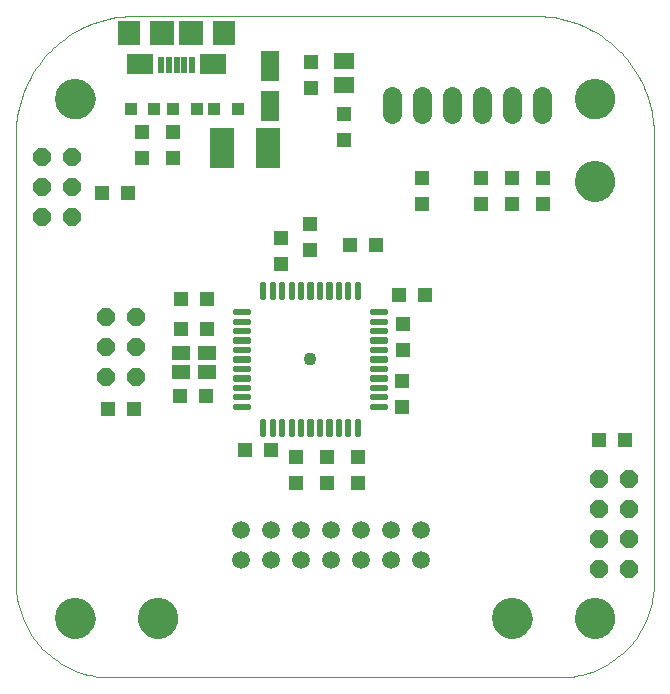
<source format=gts>
G75*
%MOIN*%
%OFA0B0*%
%FSLAX24Y24*%
%IPPOS*%
%LPD*%
%AMOC8*
5,1,8,0,0,1.08239X$1,22.5*
%
%ADD10C,0.0000*%
%ADD11R,0.0512X0.0512*%
%ADD12R,0.0670X0.0552*%
%ADD13C,0.1340*%
%ADD14OC8,0.0575*%
%ADD15R,0.0591X0.0985*%
%ADD16C,0.0174*%
%ADD17C,0.0434*%
%ADD18R,0.0197X0.0571*%
%ADD19R,0.0749X0.0788*%
%ADD20R,0.0867X0.0670*%
%ADD21R,0.0788X0.0788*%
%ADD22R,0.0788X0.1379*%
%ADD23R,0.0434X0.0434*%
%ADD24R,0.0591X0.0512*%
%ADD25C,0.0640*%
%ADD26C,0.0594*%
D10*
X007744Y006169D02*
X022705Y006169D01*
X023236Y008138D02*
X023238Y008188D01*
X023244Y008238D01*
X023254Y008288D01*
X023267Y008336D01*
X023284Y008384D01*
X023305Y008430D01*
X023329Y008474D01*
X023357Y008516D01*
X023388Y008556D01*
X023422Y008593D01*
X023459Y008628D01*
X023498Y008659D01*
X023539Y008688D01*
X023583Y008713D01*
X023629Y008735D01*
X023676Y008753D01*
X023724Y008767D01*
X023773Y008778D01*
X023823Y008785D01*
X023873Y008788D01*
X023924Y008787D01*
X023974Y008782D01*
X024024Y008773D01*
X024072Y008761D01*
X024120Y008744D01*
X024166Y008724D01*
X024211Y008701D01*
X024254Y008674D01*
X024294Y008644D01*
X024332Y008611D01*
X024367Y008575D01*
X024400Y008536D01*
X024429Y008495D01*
X024455Y008452D01*
X024478Y008407D01*
X024497Y008360D01*
X024512Y008312D01*
X024524Y008263D01*
X024532Y008213D01*
X024536Y008163D01*
X024536Y008113D01*
X024532Y008063D01*
X024524Y008013D01*
X024512Y007964D01*
X024497Y007916D01*
X024478Y007869D01*
X024455Y007824D01*
X024429Y007781D01*
X024400Y007740D01*
X024367Y007701D01*
X024332Y007665D01*
X024294Y007632D01*
X024254Y007602D01*
X024211Y007575D01*
X024166Y007552D01*
X024120Y007532D01*
X024072Y007515D01*
X024024Y007503D01*
X023974Y007494D01*
X023924Y007489D01*
X023873Y007488D01*
X023823Y007491D01*
X023773Y007498D01*
X023724Y007509D01*
X023676Y007523D01*
X023629Y007541D01*
X023583Y007563D01*
X023539Y007588D01*
X023498Y007617D01*
X023459Y007648D01*
X023422Y007683D01*
X023388Y007720D01*
X023357Y007760D01*
X023329Y007802D01*
X023305Y007846D01*
X023284Y007892D01*
X023267Y007940D01*
X023254Y007988D01*
X023244Y008038D01*
X023238Y008088D01*
X023236Y008138D01*
X022705Y006169D02*
X022815Y006171D01*
X022925Y006177D01*
X023034Y006186D01*
X023143Y006200D01*
X023252Y006217D01*
X023360Y006238D01*
X023467Y006263D01*
X023573Y006291D01*
X023678Y006323D01*
X023782Y006359D01*
X023885Y006398D01*
X023986Y006441D01*
X024086Y006488D01*
X024184Y006538D01*
X024280Y006591D01*
X024374Y006648D01*
X024466Y006708D01*
X024557Y006771D01*
X024644Y006837D01*
X024730Y006906D01*
X024813Y006978D01*
X024893Y007053D01*
X024971Y007131D01*
X025046Y007211D01*
X025118Y007294D01*
X025187Y007380D01*
X025253Y007467D01*
X025316Y007558D01*
X025376Y007650D01*
X025433Y007744D01*
X025486Y007840D01*
X025536Y007938D01*
X025583Y008038D01*
X025626Y008139D01*
X025665Y008242D01*
X025701Y008346D01*
X025733Y008451D01*
X025761Y008557D01*
X025786Y008664D01*
X025807Y008772D01*
X025824Y008881D01*
X025838Y008990D01*
X025847Y009099D01*
X025853Y009209D01*
X025855Y009319D01*
X025854Y009319D02*
X025854Y013059D01*
X025854Y019870D01*
X025854Y024280D01*
X023236Y025461D02*
X023238Y025511D01*
X023244Y025561D01*
X023254Y025611D01*
X023267Y025659D01*
X023284Y025707D01*
X023305Y025753D01*
X023329Y025797D01*
X023357Y025839D01*
X023388Y025879D01*
X023422Y025916D01*
X023459Y025951D01*
X023498Y025982D01*
X023539Y026011D01*
X023583Y026036D01*
X023629Y026058D01*
X023676Y026076D01*
X023724Y026090D01*
X023773Y026101D01*
X023823Y026108D01*
X023873Y026111D01*
X023924Y026110D01*
X023974Y026105D01*
X024024Y026096D01*
X024072Y026084D01*
X024120Y026067D01*
X024166Y026047D01*
X024211Y026024D01*
X024254Y025997D01*
X024294Y025967D01*
X024332Y025934D01*
X024367Y025898D01*
X024400Y025859D01*
X024429Y025818D01*
X024455Y025775D01*
X024478Y025730D01*
X024497Y025683D01*
X024512Y025635D01*
X024524Y025586D01*
X024532Y025536D01*
X024536Y025486D01*
X024536Y025436D01*
X024532Y025386D01*
X024524Y025336D01*
X024512Y025287D01*
X024497Y025239D01*
X024478Y025192D01*
X024455Y025147D01*
X024429Y025104D01*
X024400Y025063D01*
X024367Y025024D01*
X024332Y024988D01*
X024294Y024955D01*
X024254Y024925D01*
X024211Y024898D01*
X024166Y024875D01*
X024120Y024855D01*
X024072Y024838D01*
X024024Y024826D01*
X023974Y024817D01*
X023924Y024812D01*
X023873Y024811D01*
X023823Y024814D01*
X023773Y024821D01*
X023724Y024832D01*
X023676Y024846D01*
X023629Y024864D01*
X023583Y024886D01*
X023539Y024911D01*
X023498Y024940D01*
X023459Y024971D01*
X023422Y025006D01*
X023388Y025043D01*
X023357Y025083D01*
X023329Y025125D01*
X023305Y025169D01*
X023284Y025215D01*
X023267Y025263D01*
X023254Y025311D01*
X023244Y025361D01*
X023238Y025411D01*
X023236Y025461D01*
X025854Y024280D02*
X025852Y024404D01*
X025846Y024527D01*
X025837Y024651D01*
X025823Y024773D01*
X025806Y024896D01*
X025784Y025018D01*
X025759Y025139D01*
X025730Y025259D01*
X025698Y025378D01*
X025661Y025497D01*
X025621Y025614D01*
X025578Y025729D01*
X025530Y025844D01*
X025479Y025956D01*
X025425Y026067D01*
X025367Y026177D01*
X025306Y026284D01*
X025241Y026390D01*
X025173Y026493D01*
X025102Y026594D01*
X025028Y026693D01*
X024951Y026790D01*
X024870Y026884D01*
X024787Y026975D01*
X024701Y027064D01*
X024612Y027150D01*
X024521Y027233D01*
X024427Y027314D01*
X024330Y027391D01*
X024231Y027465D01*
X024130Y027536D01*
X024027Y027604D01*
X023921Y027669D01*
X023814Y027730D01*
X023704Y027788D01*
X023593Y027842D01*
X023481Y027893D01*
X023366Y027941D01*
X023251Y027984D01*
X023134Y028024D01*
X023015Y028061D01*
X022896Y028093D01*
X022776Y028122D01*
X022655Y028147D01*
X022533Y028169D01*
X022410Y028186D01*
X022288Y028200D01*
X022164Y028209D01*
X022041Y028215D01*
X021917Y028217D01*
X018020Y028217D01*
X017980Y028217D01*
X012469Y028217D01*
X008531Y028217D01*
X005913Y025461D02*
X005915Y025511D01*
X005921Y025561D01*
X005931Y025611D01*
X005944Y025659D01*
X005961Y025707D01*
X005982Y025753D01*
X006006Y025797D01*
X006034Y025839D01*
X006065Y025879D01*
X006099Y025916D01*
X006136Y025951D01*
X006175Y025982D01*
X006216Y026011D01*
X006260Y026036D01*
X006306Y026058D01*
X006353Y026076D01*
X006401Y026090D01*
X006450Y026101D01*
X006500Y026108D01*
X006550Y026111D01*
X006601Y026110D01*
X006651Y026105D01*
X006701Y026096D01*
X006749Y026084D01*
X006797Y026067D01*
X006843Y026047D01*
X006888Y026024D01*
X006931Y025997D01*
X006971Y025967D01*
X007009Y025934D01*
X007044Y025898D01*
X007077Y025859D01*
X007106Y025818D01*
X007132Y025775D01*
X007155Y025730D01*
X007174Y025683D01*
X007189Y025635D01*
X007201Y025586D01*
X007209Y025536D01*
X007213Y025486D01*
X007213Y025436D01*
X007209Y025386D01*
X007201Y025336D01*
X007189Y025287D01*
X007174Y025239D01*
X007155Y025192D01*
X007132Y025147D01*
X007106Y025104D01*
X007077Y025063D01*
X007044Y025024D01*
X007009Y024988D01*
X006971Y024955D01*
X006931Y024925D01*
X006888Y024898D01*
X006843Y024875D01*
X006797Y024855D01*
X006749Y024838D01*
X006701Y024826D01*
X006651Y024817D01*
X006601Y024812D01*
X006550Y024811D01*
X006500Y024814D01*
X006450Y024821D01*
X006401Y024832D01*
X006353Y024846D01*
X006306Y024864D01*
X006260Y024886D01*
X006216Y024911D01*
X006175Y024940D01*
X006136Y024971D01*
X006099Y025006D01*
X006065Y025043D01*
X006034Y025083D01*
X006006Y025125D01*
X005982Y025169D01*
X005961Y025215D01*
X005944Y025263D01*
X005931Y025311D01*
X005921Y025361D01*
X005915Y025411D01*
X005913Y025461D01*
X004594Y024280D02*
X004594Y009319D01*
X005913Y008138D02*
X005915Y008188D01*
X005921Y008238D01*
X005931Y008288D01*
X005944Y008336D01*
X005961Y008384D01*
X005982Y008430D01*
X006006Y008474D01*
X006034Y008516D01*
X006065Y008556D01*
X006099Y008593D01*
X006136Y008628D01*
X006175Y008659D01*
X006216Y008688D01*
X006260Y008713D01*
X006306Y008735D01*
X006353Y008753D01*
X006401Y008767D01*
X006450Y008778D01*
X006500Y008785D01*
X006550Y008788D01*
X006601Y008787D01*
X006651Y008782D01*
X006701Y008773D01*
X006749Y008761D01*
X006797Y008744D01*
X006843Y008724D01*
X006888Y008701D01*
X006931Y008674D01*
X006971Y008644D01*
X007009Y008611D01*
X007044Y008575D01*
X007077Y008536D01*
X007106Y008495D01*
X007132Y008452D01*
X007155Y008407D01*
X007174Y008360D01*
X007189Y008312D01*
X007201Y008263D01*
X007209Y008213D01*
X007213Y008163D01*
X007213Y008113D01*
X007209Y008063D01*
X007201Y008013D01*
X007189Y007964D01*
X007174Y007916D01*
X007155Y007869D01*
X007132Y007824D01*
X007106Y007781D01*
X007077Y007740D01*
X007044Y007701D01*
X007009Y007665D01*
X006971Y007632D01*
X006931Y007602D01*
X006888Y007575D01*
X006843Y007552D01*
X006797Y007532D01*
X006749Y007515D01*
X006701Y007503D01*
X006651Y007494D01*
X006601Y007489D01*
X006550Y007488D01*
X006500Y007491D01*
X006450Y007498D01*
X006401Y007509D01*
X006353Y007523D01*
X006306Y007541D01*
X006260Y007563D01*
X006216Y007588D01*
X006175Y007617D01*
X006136Y007648D01*
X006099Y007683D01*
X006065Y007720D01*
X006034Y007760D01*
X006006Y007802D01*
X005982Y007846D01*
X005961Y007892D01*
X005944Y007940D01*
X005931Y007988D01*
X005921Y008038D01*
X005915Y008088D01*
X005913Y008138D01*
X004594Y009319D02*
X004596Y009209D01*
X004602Y009099D01*
X004611Y008990D01*
X004625Y008881D01*
X004642Y008772D01*
X004663Y008664D01*
X004688Y008557D01*
X004716Y008451D01*
X004748Y008346D01*
X004784Y008242D01*
X004823Y008139D01*
X004866Y008038D01*
X004913Y007938D01*
X004963Y007840D01*
X005016Y007744D01*
X005073Y007650D01*
X005133Y007558D01*
X005196Y007467D01*
X005262Y007380D01*
X005331Y007294D01*
X005403Y007211D01*
X005478Y007131D01*
X005556Y007053D01*
X005636Y006978D01*
X005719Y006906D01*
X005805Y006837D01*
X005892Y006771D01*
X005983Y006708D01*
X006075Y006648D01*
X006169Y006591D01*
X006265Y006538D01*
X006363Y006488D01*
X006463Y006441D01*
X006564Y006398D01*
X006667Y006359D01*
X006771Y006323D01*
X006876Y006291D01*
X006982Y006263D01*
X007089Y006238D01*
X007197Y006217D01*
X007306Y006200D01*
X007415Y006186D01*
X007524Y006177D01*
X007634Y006171D01*
X007744Y006169D01*
X008669Y008138D02*
X008671Y008188D01*
X008677Y008238D01*
X008687Y008288D01*
X008700Y008336D01*
X008717Y008384D01*
X008738Y008430D01*
X008762Y008474D01*
X008790Y008516D01*
X008821Y008556D01*
X008855Y008593D01*
X008892Y008628D01*
X008931Y008659D01*
X008972Y008688D01*
X009016Y008713D01*
X009062Y008735D01*
X009109Y008753D01*
X009157Y008767D01*
X009206Y008778D01*
X009256Y008785D01*
X009306Y008788D01*
X009357Y008787D01*
X009407Y008782D01*
X009457Y008773D01*
X009505Y008761D01*
X009553Y008744D01*
X009599Y008724D01*
X009644Y008701D01*
X009687Y008674D01*
X009727Y008644D01*
X009765Y008611D01*
X009800Y008575D01*
X009833Y008536D01*
X009862Y008495D01*
X009888Y008452D01*
X009911Y008407D01*
X009930Y008360D01*
X009945Y008312D01*
X009957Y008263D01*
X009965Y008213D01*
X009969Y008163D01*
X009969Y008113D01*
X009965Y008063D01*
X009957Y008013D01*
X009945Y007964D01*
X009930Y007916D01*
X009911Y007869D01*
X009888Y007824D01*
X009862Y007781D01*
X009833Y007740D01*
X009800Y007701D01*
X009765Y007665D01*
X009727Y007632D01*
X009687Y007602D01*
X009644Y007575D01*
X009599Y007552D01*
X009553Y007532D01*
X009505Y007515D01*
X009457Y007503D01*
X009407Y007494D01*
X009357Y007489D01*
X009306Y007488D01*
X009256Y007491D01*
X009206Y007498D01*
X009157Y007509D01*
X009109Y007523D01*
X009062Y007541D01*
X009016Y007563D01*
X008972Y007588D01*
X008931Y007617D01*
X008892Y007648D01*
X008855Y007683D01*
X008821Y007720D01*
X008790Y007760D01*
X008762Y007802D01*
X008738Y007846D01*
X008717Y007892D01*
X008700Y007940D01*
X008687Y007988D01*
X008677Y008038D01*
X008671Y008088D01*
X008669Y008138D01*
X020480Y008138D02*
X020482Y008188D01*
X020488Y008238D01*
X020498Y008288D01*
X020511Y008336D01*
X020528Y008384D01*
X020549Y008430D01*
X020573Y008474D01*
X020601Y008516D01*
X020632Y008556D01*
X020666Y008593D01*
X020703Y008628D01*
X020742Y008659D01*
X020783Y008688D01*
X020827Y008713D01*
X020873Y008735D01*
X020920Y008753D01*
X020968Y008767D01*
X021017Y008778D01*
X021067Y008785D01*
X021117Y008788D01*
X021168Y008787D01*
X021218Y008782D01*
X021268Y008773D01*
X021316Y008761D01*
X021364Y008744D01*
X021410Y008724D01*
X021455Y008701D01*
X021498Y008674D01*
X021538Y008644D01*
X021576Y008611D01*
X021611Y008575D01*
X021644Y008536D01*
X021673Y008495D01*
X021699Y008452D01*
X021722Y008407D01*
X021741Y008360D01*
X021756Y008312D01*
X021768Y008263D01*
X021776Y008213D01*
X021780Y008163D01*
X021780Y008113D01*
X021776Y008063D01*
X021768Y008013D01*
X021756Y007964D01*
X021741Y007916D01*
X021722Y007869D01*
X021699Y007824D01*
X021673Y007781D01*
X021644Y007740D01*
X021611Y007701D01*
X021576Y007665D01*
X021538Y007632D01*
X021498Y007602D01*
X021455Y007575D01*
X021410Y007552D01*
X021364Y007532D01*
X021316Y007515D01*
X021268Y007503D01*
X021218Y007494D01*
X021168Y007489D01*
X021117Y007488D01*
X021067Y007491D01*
X021017Y007498D01*
X020968Y007509D01*
X020920Y007523D01*
X020873Y007541D01*
X020827Y007563D01*
X020783Y007588D01*
X020742Y007617D01*
X020703Y007648D01*
X020666Y007683D01*
X020632Y007720D01*
X020601Y007760D01*
X020573Y007802D01*
X020549Y007846D01*
X020528Y007892D01*
X020511Y007940D01*
X020498Y007988D01*
X020488Y008038D01*
X020482Y008088D01*
X020480Y008138D01*
X023236Y022705D02*
X023238Y022755D01*
X023244Y022805D01*
X023254Y022855D01*
X023267Y022903D01*
X023284Y022951D01*
X023305Y022997D01*
X023329Y023041D01*
X023357Y023083D01*
X023388Y023123D01*
X023422Y023160D01*
X023459Y023195D01*
X023498Y023226D01*
X023539Y023255D01*
X023583Y023280D01*
X023629Y023302D01*
X023676Y023320D01*
X023724Y023334D01*
X023773Y023345D01*
X023823Y023352D01*
X023873Y023355D01*
X023924Y023354D01*
X023974Y023349D01*
X024024Y023340D01*
X024072Y023328D01*
X024120Y023311D01*
X024166Y023291D01*
X024211Y023268D01*
X024254Y023241D01*
X024294Y023211D01*
X024332Y023178D01*
X024367Y023142D01*
X024400Y023103D01*
X024429Y023062D01*
X024455Y023019D01*
X024478Y022974D01*
X024497Y022927D01*
X024512Y022879D01*
X024524Y022830D01*
X024532Y022780D01*
X024536Y022730D01*
X024536Y022680D01*
X024532Y022630D01*
X024524Y022580D01*
X024512Y022531D01*
X024497Y022483D01*
X024478Y022436D01*
X024455Y022391D01*
X024429Y022348D01*
X024400Y022307D01*
X024367Y022268D01*
X024332Y022232D01*
X024294Y022199D01*
X024254Y022169D01*
X024211Y022142D01*
X024166Y022119D01*
X024120Y022099D01*
X024072Y022082D01*
X024024Y022070D01*
X023974Y022061D01*
X023924Y022056D01*
X023873Y022055D01*
X023823Y022058D01*
X023773Y022065D01*
X023724Y022076D01*
X023676Y022090D01*
X023629Y022108D01*
X023583Y022130D01*
X023539Y022155D01*
X023498Y022184D01*
X023459Y022215D01*
X023422Y022250D01*
X023388Y022287D01*
X023357Y022327D01*
X023329Y022369D01*
X023305Y022413D01*
X023284Y022459D01*
X023267Y022507D01*
X023254Y022555D01*
X023244Y022605D01*
X023238Y022655D01*
X023236Y022705D01*
X008531Y028217D02*
X008407Y028215D01*
X008284Y028209D01*
X008160Y028200D01*
X008038Y028186D01*
X007915Y028169D01*
X007793Y028147D01*
X007672Y028122D01*
X007552Y028093D01*
X007433Y028061D01*
X007314Y028024D01*
X007197Y027984D01*
X007082Y027941D01*
X006967Y027893D01*
X006855Y027842D01*
X006744Y027788D01*
X006634Y027730D01*
X006527Y027669D01*
X006421Y027604D01*
X006318Y027536D01*
X006217Y027465D01*
X006118Y027391D01*
X006021Y027314D01*
X005927Y027233D01*
X005836Y027150D01*
X005747Y027064D01*
X005661Y026975D01*
X005578Y026884D01*
X005497Y026790D01*
X005420Y026693D01*
X005346Y026594D01*
X005275Y026493D01*
X005207Y026390D01*
X005142Y026284D01*
X005081Y026177D01*
X005023Y026067D01*
X004969Y025956D01*
X004918Y025844D01*
X004870Y025729D01*
X004827Y025614D01*
X004787Y025497D01*
X004750Y025378D01*
X004718Y025259D01*
X004689Y025139D01*
X004664Y025018D01*
X004642Y024896D01*
X004625Y024773D01*
X004611Y024651D01*
X004602Y024527D01*
X004596Y024404D01*
X004594Y024280D01*
D11*
X007469Y022311D03*
X008335Y022311D03*
X008807Y023477D03*
X008807Y024344D03*
X009831Y024344D03*
X009831Y023477D03*
X013413Y020815D03*
X013413Y019949D03*
X014398Y020421D03*
X014398Y021287D03*
X015736Y020579D03*
X016602Y020579D03*
X017350Y018925D03*
X018217Y018925D03*
X017508Y017941D03*
X017508Y017075D03*
X017469Y016051D03*
X017469Y015185D03*
X016012Y013531D03*
X016012Y012665D03*
X014949Y012665D03*
X014949Y013531D03*
X013925Y013531D03*
X013103Y013748D03*
X012237Y013748D03*
X013925Y012665D03*
X010933Y015564D03*
X010067Y015564D03*
X008531Y015116D03*
X007665Y015116D03*
X010106Y017769D03*
X010972Y017769D03*
X010953Y018787D03*
X010087Y018787D03*
X015520Y024073D03*
X015520Y024939D03*
X014435Y025805D03*
X014435Y026671D03*
X018138Y022823D03*
X018138Y021957D03*
X020106Y021957D03*
X020106Y022823D03*
X021130Y022823D03*
X021130Y021957D03*
X022154Y021957D03*
X022154Y022823D03*
X024043Y014083D03*
X024909Y014083D03*
D12*
X015530Y025918D03*
X015530Y026706D03*
D13*
X023886Y025461D03*
X023886Y022705D03*
X023886Y008138D03*
X021130Y008138D03*
X009319Y008138D03*
X006563Y008138D03*
X006563Y025461D03*
D14*
X006472Y023508D03*
X006472Y022508D03*
X005472Y022508D03*
X005472Y023508D03*
X005472Y021508D03*
X006472Y021508D03*
X007598Y018193D03*
X007598Y017193D03*
X008598Y017193D03*
X008598Y018193D03*
X008598Y016193D03*
X007598Y016193D03*
X024016Y012787D03*
X024016Y011787D03*
X024016Y010787D03*
X024016Y009787D03*
X025016Y009787D03*
X025016Y010787D03*
X025016Y011787D03*
X025016Y012787D03*
D15*
X013059Y025224D03*
X013059Y026563D03*
D16*
X013117Y019276D02*
X013117Y018860D01*
X013117Y019276D02*
X013159Y019276D01*
X013159Y018860D01*
X013117Y018860D01*
X013117Y019033D02*
X013159Y019033D01*
X013159Y019206D02*
X013117Y019206D01*
X012802Y019276D02*
X012802Y018860D01*
X012802Y019276D02*
X012844Y019276D01*
X012844Y018860D01*
X012802Y018860D01*
X012802Y019033D02*
X012844Y019033D01*
X012844Y019206D02*
X012802Y019206D01*
X013432Y019276D02*
X013432Y018860D01*
X013432Y019276D02*
X013474Y019276D01*
X013474Y018860D01*
X013432Y018860D01*
X013432Y019033D02*
X013474Y019033D01*
X013474Y019206D02*
X013432Y019206D01*
X013747Y019276D02*
X013747Y018860D01*
X013747Y019276D02*
X013789Y019276D01*
X013789Y018860D01*
X013747Y018860D01*
X013747Y019033D02*
X013789Y019033D01*
X013789Y019206D02*
X013747Y019206D01*
X014062Y019276D02*
X014062Y018860D01*
X014062Y019276D02*
X014104Y019276D01*
X014104Y018860D01*
X014062Y018860D01*
X014062Y019033D02*
X014104Y019033D01*
X014104Y019206D02*
X014062Y019206D01*
X014377Y019276D02*
X014377Y018860D01*
X014377Y019276D02*
X014419Y019276D01*
X014419Y018860D01*
X014377Y018860D01*
X014377Y019033D02*
X014419Y019033D01*
X014419Y019206D02*
X014377Y019206D01*
X014692Y019276D02*
X014692Y018860D01*
X014692Y019276D02*
X014734Y019276D01*
X014734Y018860D01*
X014692Y018860D01*
X014692Y019033D02*
X014734Y019033D01*
X014734Y019206D02*
X014692Y019206D01*
X015007Y019276D02*
X015007Y018860D01*
X015007Y019276D02*
X015049Y019276D01*
X015049Y018860D01*
X015007Y018860D01*
X015007Y019033D02*
X015049Y019033D01*
X015049Y019206D02*
X015007Y019206D01*
X015322Y019276D02*
X015322Y018860D01*
X015322Y019276D02*
X015364Y019276D01*
X015364Y018860D01*
X015322Y018860D01*
X015322Y019033D02*
X015364Y019033D01*
X015364Y019206D02*
X015322Y019206D01*
X015636Y019276D02*
X015636Y018860D01*
X015636Y019276D02*
X015678Y019276D01*
X015678Y018860D01*
X015636Y018860D01*
X015636Y019033D02*
X015678Y019033D01*
X015678Y019206D02*
X015636Y019206D01*
X015951Y019276D02*
X015951Y018860D01*
X015951Y019276D02*
X015993Y019276D01*
X015993Y018860D01*
X015951Y018860D01*
X015951Y019033D02*
X015993Y019033D01*
X015993Y019206D02*
X015951Y019206D01*
X016473Y018380D02*
X016473Y018338D01*
X016473Y018380D02*
X016889Y018380D01*
X016889Y018338D01*
X016473Y018338D01*
X016473Y018065D02*
X016473Y018023D01*
X016473Y018065D02*
X016889Y018065D01*
X016889Y018023D01*
X016473Y018023D01*
X016473Y017750D02*
X016473Y017708D01*
X016473Y017750D02*
X016889Y017750D01*
X016889Y017708D01*
X016473Y017708D01*
X016473Y017435D02*
X016473Y017393D01*
X016473Y017435D02*
X016889Y017435D01*
X016889Y017393D01*
X016473Y017393D01*
X016473Y017120D02*
X016473Y017078D01*
X016473Y017120D02*
X016889Y017120D01*
X016889Y017078D01*
X016473Y017078D01*
X016473Y016805D02*
X016473Y016763D01*
X016473Y016805D02*
X016889Y016805D01*
X016889Y016763D01*
X016473Y016763D01*
X016473Y016490D02*
X016473Y016448D01*
X016473Y016490D02*
X016889Y016490D01*
X016889Y016448D01*
X016473Y016448D01*
X016473Y016176D02*
X016473Y016134D01*
X016473Y016176D02*
X016889Y016176D01*
X016889Y016134D01*
X016473Y016134D01*
X016473Y015861D02*
X016473Y015819D01*
X016473Y015861D02*
X016889Y015861D01*
X016889Y015819D01*
X016473Y015819D01*
X016473Y015546D02*
X016473Y015504D01*
X016473Y015546D02*
X016889Y015546D01*
X016889Y015504D01*
X016473Y015504D01*
X016473Y015231D02*
X016473Y015189D01*
X016473Y015231D02*
X016889Y015231D01*
X016889Y015189D01*
X016473Y015189D01*
X015951Y014709D02*
X015951Y014293D01*
X015951Y014709D02*
X015993Y014709D01*
X015993Y014293D01*
X015951Y014293D01*
X015951Y014466D02*
X015993Y014466D01*
X015993Y014639D02*
X015951Y014639D01*
X015636Y014709D02*
X015636Y014293D01*
X015636Y014709D02*
X015678Y014709D01*
X015678Y014293D01*
X015636Y014293D01*
X015636Y014466D02*
X015678Y014466D01*
X015678Y014639D02*
X015636Y014639D01*
X015322Y014709D02*
X015322Y014293D01*
X015322Y014709D02*
X015364Y014709D01*
X015364Y014293D01*
X015322Y014293D01*
X015322Y014466D02*
X015364Y014466D01*
X015364Y014639D02*
X015322Y014639D01*
X015007Y014709D02*
X015007Y014293D01*
X015007Y014709D02*
X015049Y014709D01*
X015049Y014293D01*
X015007Y014293D01*
X015007Y014466D02*
X015049Y014466D01*
X015049Y014639D02*
X015007Y014639D01*
X014692Y014709D02*
X014692Y014293D01*
X014692Y014709D02*
X014734Y014709D01*
X014734Y014293D01*
X014692Y014293D01*
X014692Y014466D02*
X014734Y014466D01*
X014734Y014639D02*
X014692Y014639D01*
X014377Y014709D02*
X014377Y014293D01*
X014377Y014709D02*
X014419Y014709D01*
X014419Y014293D01*
X014377Y014293D01*
X014377Y014466D02*
X014419Y014466D01*
X014419Y014639D02*
X014377Y014639D01*
X014062Y014709D02*
X014062Y014293D01*
X014062Y014709D02*
X014104Y014709D01*
X014104Y014293D01*
X014062Y014293D01*
X014062Y014466D02*
X014104Y014466D01*
X014104Y014639D02*
X014062Y014639D01*
X013747Y014709D02*
X013747Y014293D01*
X013747Y014709D02*
X013789Y014709D01*
X013789Y014293D01*
X013747Y014293D01*
X013747Y014466D02*
X013789Y014466D01*
X013789Y014639D02*
X013747Y014639D01*
X013432Y014709D02*
X013432Y014293D01*
X013432Y014709D02*
X013474Y014709D01*
X013474Y014293D01*
X013432Y014293D01*
X013432Y014466D02*
X013474Y014466D01*
X013474Y014639D02*
X013432Y014639D01*
X013117Y014709D02*
X013117Y014293D01*
X013117Y014709D02*
X013159Y014709D01*
X013159Y014293D01*
X013117Y014293D01*
X013117Y014466D02*
X013159Y014466D01*
X013159Y014639D02*
X013117Y014639D01*
X012802Y014709D02*
X012802Y014293D01*
X012802Y014709D02*
X012844Y014709D01*
X012844Y014293D01*
X012802Y014293D01*
X012802Y014466D02*
X012844Y014466D01*
X012844Y014639D02*
X012802Y014639D01*
X011906Y015189D02*
X011906Y015231D01*
X012322Y015231D01*
X012322Y015189D01*
X011906Y015189D01*
X011906Y015504D02*
X011906Y015546D01*
X012322Y015546D01*
X012322Y015504D01*
X011906Y015504D01*
X011906Y015819D02*
X011906Y015861D01*
X012322Y015861D01*
X012322Y015819D01*
X011906Y015819D01*
X011906Y016134D02*
X011906Y016176D01*
X012322Y016176D01*
X012322Y016134D01*
X011906Y016134D01*
X011906Y016448D02*
X011906Y016490D01*
X012322Y016490D01*
X012322Y016448D01*
X011906Y016448D01*
X011906Y016763D02*
X011906Y016805D01*
X012322Y016805D01*
X012322Y016763D01*
X011906Y016763D01*
X011906Y017078D02*
X011906Y017120D01*
X012322Y017120D01*
X012322Y017078D01*
X011906Y017078D01*
X011906Y017393D02*
X011906Y017435D01*
X012322Y017435D01*
X012322Y017393D01*
X011906Y017393D01*
X011906Y017708D02*
X011906Y017750D01*
X012322Y017750D01*
X012322Y017708D01*
X011906Y017708D01*
X011906Y018023D02*
X011906Y018065D01*
X012322Y018065D01*
X012322Y018023D01*
X011906Y018023D01*
X011906Y018338D02*
X011906Y018380D01*
X012322Y018380D01*
X012322Y018338D01*
X011906Y018338D01*
D17*
X014398Y016784D03*
D18*
X010461Y026583D03*
X010205Y026583D03*
X009949Y026583D03*
X009693Y026583D03*
X009437Y026583D03*
D19*
X008374Y027636D03*
X011524Y027636D03*
D20*
X011169Y026632D03*
X008728Y026632D03*
D21*
X009476Y027636D03*
X010421Y027636D03*
D22*
X011465Y023807D03*
X013000Y023807D03*
D23*
X011996Y025106D03*
X011209Y025106D03*
X010618Y025106D03*
X009831Y025106D03*
X009201Y025106D03*
X008413Y025106D03*
D24*
X010106Y016996D03*
X010106Y016366D03*
X010972Y016366D03*
X010972Y016996D03*
D25*
X017134Y024960D02*
X017134Y025560D01*
X018134Y025560D02*
X018134Y024960D01*
X019134Y024960D02*
X019134Y025560D01*
X020134Y025560D02*
X020134Y024960D01*
X021134Y024960D02*
X021134Y025560D01*
X022134Y025560D02*
X022134Y024960D01*
D26*
X018106Y011091D03*
X018106Y010091D03*
X017106Y010091D03*
X017106Y011091D03*
X016106Y011091D03*
X016106Y010091D03*
X015106Y010091D03*
X015106Y011091D03*
X014106Y011091D03*
X013106Y011091D03*
X013106Y010091D03*
X014106Y010091D03*
X012106Y010091D03*
X012106Y011091D03*
M02*

</source>
